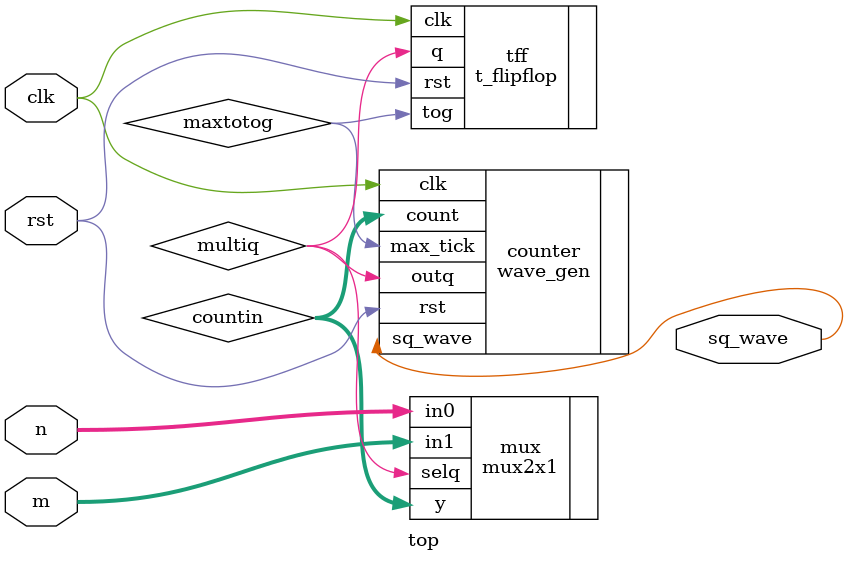
<source format=sv>
`timescale 1ns / 1ps


module top 
    #(parameter N = 4)
(
    input logic clk,          
    input logic rst,          
    input logic [N-1:0] m,
    input logic [N-1:0] n,
    output logic sq_wave     
);
           
  
  logic multiq;           
  logic [N-1:0] countin;  
  logic maxtotog;
  
  
  t_flipflop tff (
    .clk(clk),
    .rst(rst),
    .tog(maxtotog),
    .q(multiq)
  );
  
  
  mux2x1 #(N) mux (
    .in1(m),
    .in0(n),
    .selq(multiq),
    .y(countin)
  );


  wave_gen #(N) counter(
    .clk(clk),
    .rst(rst),
    .outq(multiq),
    .count(countin),
    .max_tick(maxtotog),
    .sq_wave(sq_wave)
  );

  
endmodule
</source>
